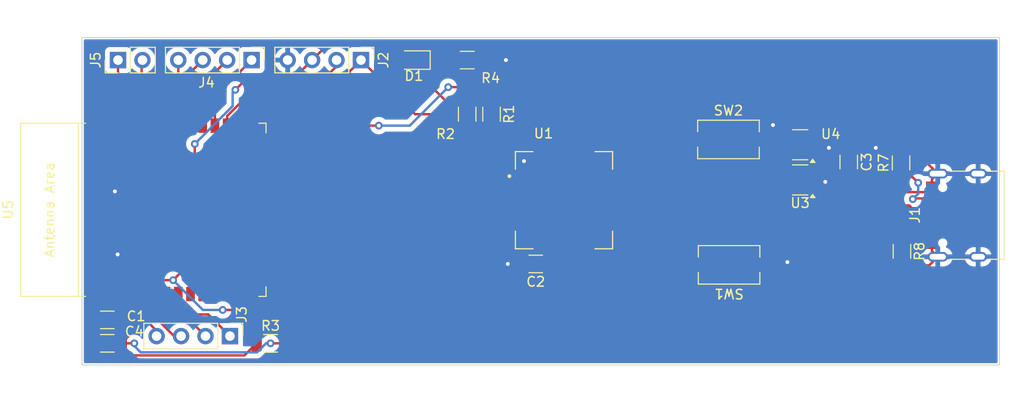
<source format=kicad_pcb>
(kicad_pcb (version 20240108) (generator "pcbnew") (generator_version "8.0")
  (layers (0 "F.Cu" signal) (31 "B.Cu" signal) (34 "B.Paste" user) (35 "F.Paste" user) (36 "B.SilkS" user "B.Silkscreen") (37 "F.SilkS" user "F.Silkscreen") (38 "B.Mask" user) (39 "F.Mask" user) (44 "Edge.Cuts" user))
  (net 0 "")
  (net 1 "GND")
  (net 2 "VDD3V3")
  (net 3 "VDD5V")
  (net 4 "D+")
  (net 5 "Net-(J1-CC1)")
  (net 7 "D-")
  (net 9 "Net-(J1-CC2)")
  (net 10 "SCL")
  (net 11 "SDA")
  (net 12 "Net-(U5-EN{slash}CHIP_PU)")
  (net 13 "Net-(D1-K)")
  (net 28 "Net-(U5-MTDO{slash}GPIO7)")
  (net 29 "Net-(U5-MTMS{slash}GPIO4{slash}ADC1_CH4)")
  (net 30 "Net-(U5-MTCK{slash}GPIO6{slash}ADC1_CH6)")
  (net 31 "Net-(U5-MTDI{slash}GPIO5{slash}ADC1_CH5)")
  (net 32 "Net-(U5-GPIO22)")
  (net 33 "Net-(U5-GPIO21)")
  (net 34 "Net-(U5-GPIO23)")
  (net 35 "Net-(U5-GPIO20)")
  (net 36 "Net-(U5-U0TXD{slash}GPIO16)")
  (net 37 "Net-(U5-U0RXD{slash}GPIO17)")
  (net 38 "Net-(U5-GPIO9)")
  (footprint "Resistor_SMD:R_1206_3216Metric" (layer "F.Cu") (at 105.9375 32.71875 -90)
    (property "Reference" "R1" (at 0 -1.82 90) (layer "F.SilkS"))
    (property "Value" "10k")
    (fp_line (start -0.727064 0.91) (end 0.727064 0.91) (stroke (width 0.12)) (layer "F.SilkS"))
    (fp_line (start -0.727064 -0.91) (end 0.727064 -0.91) (stroke (width 0.12)) (layer "F.SilkS"))
    (pad "1" smd roundrect (at -1.4625 0 270) (size 1.125 1.75) (layers "F.Cu" "F.Paste" "F.Mask") (roundrect_rratio 0.222222) (net 2 "VDD3V3"))
    (pad "2" smd roundrect (at 1.4625 0 270) (size 1.125 1.75) (layers "F.Cu" "F.Paste" "F.Mask") (roundrect_rratio 0.222222) (net 10 "SCL"))
  )
  (footprint "Resistor_SMD:R_1206_3216Metric" (layer "F.Cu") (at 148.5 37.78125 90)
    (property "Reference" "R7" (at 0 -1.82 90) (layer "F.SilkS"))
    (property "Value" "5.1k")
    (fp_line (start -0.727064 -0.91) (end 0.727064 -0.91) (stroke (width 0.12)) (layer "F.SilkS"))
    (fp_line (start -0.727064 0.91) (end 0.727064 0.91) (stroke (width 0.12)) (layer "F.SilkS"))
    (pad "1" smd roundrect (at -1.4625 0 90) (size 1.125 1.75) (layers "F.Cu" "F.Paste" "F.Mask") (roundrect_rratio 0.222222) (net 9 "Net-(J1-CC2)"))
    (pad "2" smd roundrect (at 1.4625 0 90) (size 1.125 1.75) (layers "F.Cu" "F.Paste" "F.Mask") (roundrect_rratio 0.222222) (net 1 "GND"))
  )
  (footprint "Espressif:ESP32-C6-WROOM-1" (layer "F.Cu") (at 72.75 42.65625 90)
    (property "Reference" "U5" (at 0 -17.05 90) (layer "F.SilkS"))
    (property "Value" "ESP32-C6-WROOM-1")
    (fp_line (start 9 -15.75) (end 9 -9) (stroke (width 0.12)) (layer "F.SilkS"))
    (fp_line (start -9 -15.75) (end 9 -15.75) (stroke (width 0.12)) (layer "F.SilkS"))
    (fp_line (start -9 -15.75) (end -9 -9) (stroke (width 0.12)) (layer "F.SilkS"))
    (fp_line (start 9 -9.75) (end -9 -9.75) (stroke (width 0.12)) (layer "F.SilkS"))
    (fp_line (start 9 9) (end 9 9.75) (stroke (width 0.12)) (layer "F.SilkS"))
    (fp_line (start -9 9) (end -9 9.75) (stroke (width 0.12)) (layer "F.SilkS"))
    (fp_line (start 9 9.75) (end 8 9.75) (stroke (width 0.12)) (layer "F.SilkS"))
    (fp_line (start -9 9.75) (end -8 9.75) (stroke (width 0.12)) (layer "F.SilkS"))
    (fp_text user "Antenna Area" (at 0 -12.75 90) (layer "F.SilkS"))
    (pad "1" smd rect (at -8.75 -8.26 90) (size 1.5 0.9) (layers "F.Cu" "F.Paste" "F.Mask") (net 1 "GND"))
    (pad "2" smd rect (at -8.75 -6.99 90) (size 1.5 0.9) (layers "F.Cu" "F.Paste" "F.Mask") (net 2 "VDD3V3"))
    (pad "3" smd rect (at -8.75 -5.72 90) (size 1.5 0.9) (layers "F.Cu" "F.Paste" "F.Mask") (net 12 "Net-(U5-EN{slash}CHIP_PU)"))
    (pad "4" smd rect (at -8.75 -4.45 90) (size 1.5 0.9) (layers "F.Cu" "F.Paste" "F.Mask") (net 29 "Net-(U5-MTMS{slash}GPIO4{slash}ADC1_CH4)"))
    (pad "5" smd rect (at -8.75 -3.18 90) (size 1.5 0.9) (layers "F.Cu" "F.Paste" "F.Mask") (net 31 "Net-(U5-MTDI{slash}GPIO5{slash}ADC1_CH5)"))
    (pad "6" smd rect (at -8.75 -1.91 90) (size 1.5 0.9) (layers "F.Cu" "F.Paste" "F.Mask") (net 30 "Net-(U5-MTCK{slash}GPIO6{slash}ADC1_CH6)"))
    (pad "7" smd rect (at -8.75 -0.64 90) (size 1.5 0.9) (layers "F.Cu" "F.Paste" "F.Mask") (net 28 "Net-(U5-MTDO{slash}GPIO7)"))
    (pad "8" smd rect (at -8.75 0.63 90) (size 1.5 0.9) (layers "F.Cu" "F.Paste" "F.Mask"))
    (pad "9" smd rect (at -8.75 1.9 90) (size 1.5 0.9) (layers "F.Cu" "F.Paste" "F.Mask"))
    (pad "10" smd rect (at -8.75 3.17 90) (size 1.5 0.9) (layers "F.Cu" "F.Paste" "F.Mask"))
    (pad "11" smd rect (at -8.75 4.44 90) (size 1.5 0.9) (layers "F.Cu" "F.Paste" "F.Mask"))
    (pad "12" smd rect (at -8.75 5.71 90) (size 1.5 0.9) (layers "F.Cu" "F.Paste" "F.Mask"))
    (pad "13" smd rect (at -8.75 6.98 90) (size 1.5 0.9) (layers "F.Cu" "F.Paste" "F.Mask") (net 7 "D-"))
    (pad "14" smd rect (at -8.75 8.25 90) (size 1.5 0.9) (layers "F.Cu" "F.Paste" "F.Mask") (net 4 "D+"))
    (pad "15" smd rect (at 8.75 8.25 270) (size 1.5 0.9) (layers "F.Cu" "F.Paste" "F.Mask") (net 38 "Net-(U5-GPIO9)"))
    (pad "16" smd rect (at 8.75 6.98 270) (size 1.5 0.9) (layers "F.Cu" "F.Paste" "F.Mask") (net 10 "SCL"))
    (pad "17" smd rect (at 8.75 5.71 270) (size 1.5 0.9) (layers "F.Cu" "F.Paste" "F.Mask") (net 11 "SDA"))
    (pad "18" smd rect (at 8.75 4.44 270) (size 1.5 0.9) (layers "F.Cu" "F.Paste" "F.Mask") (net 35 "Net-(U5-GPIO20)"))
    (pad "19" smd rect (at 8.75 3.17 270) (size 1.5 0.9) (layers "F.Cu" "F.Paste" "F.Mask") (net 33 "Net-(U5-GPIO21)"))
    (pad "20" smd rect (at 8.75 1.9 270) (size 1.5 0.9) (layers "F.Cu" "F.Paste" "F.Mask") (net 32 "Net-(U5-GPIO22)"))
    (pad "21" smd rect (at 8.75 0.63 270) (size 1.5 0.9) (layers "F.Cu" "F.Paste" "F.Mask") (net 34 "Net-(U5-GPIO23)"))
    (pad "22" smd rect (at 8.75 -0.64 270) (size 1.5 0.9) (layers "F.Cu" "F.Paste" "F.Mask"))
    (pad "23" smd rect (at 8.75 -1.91 270) (size 1.5 0.9) (layers "F.Cu" "F.Paste" "F.Mask"))
    (pad "24" smd rect (at 8.75 -3.18 270) (size 1.5 0.9) (layers "F.Cu" "F.Paste" "F.Mask") (net 37 "Net-(U5-U0RXD{slash}GPIO17)"))
    (pad "25" smd rect (at 8.75 -4.45 270) (size 1.5 0.9) (layers "F.Cu" "F.Paste" "F.Mask") (net 36 "Net-(U5-U0TXD{slash}GPIO16)"))
    (pad "26" smd rect (at 8.75 -5.72 270) (size 1.5 0.9) (layers "F.Cu" "F.Paste" "F.Mask"))
    (pad "27" smd rect (at 8.75 -6.99 270) (size 1.5 0.9) (layers "F.Cu" "F.Paste" "F.Mask"))
    (pad "28" smd rect (at 8.75 -8.26 270) (size 1.5 0.9) (layers "F.Cu" "F.Paste" "F.Mask") (net 1 "GND"))
    (pad "29" smd rect (at -2.755 -3.79 270) (size 0.8 0.8) (layers "F.Cu" "F.Paste" "F.Mask") (net 1 "GND"))
    (pad "29" smd rect (at -2.755 -2.54 270) (size 0.8 0.8) (layers "F.Cu" "F.Paste" "F.Mask") (net 1 "GND"))
    (pad "29" smd rect (at -2.755 -1.29 270) (size 0.8 0.8) (layers "F.Cu" "F.Paste" "F.Mask") (net 1 "GND"))
    (pad "29" smd rect (at -1.505 -3.79 270) (size 0.8 0.8) (layers "F.Cu" "F.Paste" "F.Mask") (net 1 "GND"))
    (pad "29" smd rect (at -1.505 -2.54 270) (size 0.8 0.8) (layers "F.Cu" "F.Paste" "F.Mask") (net 1 "GND"))
    (pad "29" smd rect (at -1.505 -1.29 270) (size 0.8 0.8) (layers "F.Cu" "F.Paste" "F.Mask") (net 1 "GND"))
    (pad "29" smd rect (at -0.255 -3.79 270) (size 0.8 0.8) (layers "F.Cu" "F.Paste" "F.Mask") (net 1 "GND"))
    (pad "29" smd rect (at -0.255 -2.54 270) (size 0.8 0.8) (layers "F.Cu" "F.Paste" "F.Mask") (net 1 "GND"))
    (pad "29" smd rect (at -0.255 -1.29 270) (size 0.8 0.8) (layers "F.Cu" "F.Paste" "F.Mask") (net 1 "GND"))
    (zone (net 0) (net_name "") (layers "*.Cu") (name "antenna keepout") (connect_pads (clearance 0)) (min_thickness 0.254)
      (keepout (tracks not_allowed) (vias not_allowed) (pads not_allowed) (copperpour not_allowed) (footprints not_allowed))
      (fill (thermal_gap 0.508) (thermal_bridge_width 0.508))
      (polygon (pts (xy 63 33.65625) (xy 63 51.65625) (xy 57 51.65625) (xy 57 33.65625)))
    )
  )
  (footprint "Resistor_SMD:R_1206_3216Metric" (layer "F.Cu") (at 82.96875 56.53125)
    (property "Reference" "R3" (at 0 -1.82 360) (layer "F.SilkS"))
    (property "Value" "10k")
    (fp_line (start -0.727064 -0.91) (end 0.727064 -0.91) (stroke (width 0.12)) (layer "F.SilkS"))
    (fp_line (start -0.727064 0.91) (end 0.727064 0.91) (stroke (width 0.12)) (layer "F.SilkS"))
    (pad "1" smd roundrect (at -1.4625 0) (size 1.125 1.75) (layers "F.Cu" "F.Paste" "F.Mask") (roundrect_rratio 0.222222) (net 2 "VDD3V3"))
    (pad "2" smd roundrect (at 1.4625 0) (size 1.125 1.75) (layers "F.Cu" "F.Paste" "F.Mask") (roundrect_rratio 0.222222) (net 12 "Net-(U5-EN{slash}CHIP_PU)"))
  )
  (footprint "LED_SMD:LED_0805_2012Metric" (layer "F.Cu") (at 97.875 27.09375 180)
    (property "Reference" "D1" (at 0 -1.65 0) (layer "F.SilkS"))
    (property "Value" "LED")
    (fp_line (start 1 -0.96) (end -1.685 -0.96) (stroke (width 0.12)) (layer "F.SilkS"))
    (fp_line (start -1.685 0.96) (end 1 0.96) (stroke (width 0.12)) (layer "F.SilkS"))
    (fp_line (start -1.685 -0.96) (end -1.685 0.96) (stroke (width 0.12)) (layer "F.SilkS"))
    (pad "1" smd roundrect (at -0.9375 0 180) (size 0.975 1.4) (layers "F.Cu" "F.Paste" "F.Mask") (net 13 "Net-(D1-K)"))
    (pad "2" smd roundrect (at 0.9375 0 180) (size 0.975 1.4) (layers "F.Cu" "F.Paste" "F.Mask") (net 2 "VDD3V3"))
  )
  (footprint "Resistor_SMD:R_1206_3216Metric" (layer "F.Cu") (at 103.40625 32.71875 -90)
    (property "Reference" "R2" (at 2.0625 2.25 180) (layer "F.SilkS"))
    (property "Value" "10k")
    (fp_line (start -0.727064 0.91) (end 0.727064 0.91) (stroke (width 0.12)) (layer "F.SilkS"))
    (fp_line (start -0.727064 -0.91) (end 0.727064 -0.91) (stroke (width 0.12)) (layer "F.SilkS"))
    (pad "1" smd roundrect (at -1.4625 0 270) (size 1.125 1.75) (layers "F.Cu" "F.Paste" "F.Mask") (roundrect_rratio 0.222222) (net 2 "VDD3V3"))
    (pad "2" smd roundrect (at 1.4625 0 270) (size 1.125 1.75) (layers "F.Cu" "F.Paste" "F.Mask") (roundrect_rratio 0.222222) (net 11 "SDA"))
  )
  (footprint "Connector_PinHeader_2.54mm:PinHeader_1x04_P2.54mm_Vertical" (layer "F.Cu") (at 92.37 27.09375 -90)
    (property "Reference" "J2" (at 0 -2.33 90) (layer "F.SilkS"))
    (property "Value" "PINHD_1x4_Male")
    (fp_line (start -1.33 8.95) (end 1.33 8.95) (stroke (width 0.12)) (layer "F.SilkS"))
    (fp_line (start -1.33 1.27) (end -1.33 8.95) (stroke (width 0.12)) (layer "F.SilkS"))
    (fp_line (start -1.33 1.27) (end 1.33 1.27) (stroke (width 0.12)) (layer "F.SilkS"))
    (fp_line (start 1.33 1.27) (end 1.33 8.95) (stroke (width 0.12)) (layer "F.SilkS"))
    (fp_line (start -1.33 0) (end -1.33 -1.33) (stroke (width 0.12)) (layer "F.SilkS"))
    (fp_line (start -1.33 -1.33) (end 0 -1.33) (stroke (width 0.12)) (layer "F.SilkS"))
    (pad "1" thru_hole rect (at 0 0 270) (size 1.7 1.7) (drill 1) (layers "*.Cu" "*.Mask") (net 10 "SCL"))
    (pad "2" thru_hole oval (at 0 2.54 270) (size 1.7 1.7) (drill 1) (layers "*.Cu" "*.Mask") (net 11 "SDA"))
    (pad "3" thru_hole oval (at 0 5.08 270) (size 1.7 1.7) (drill 1) (layers "*.Cu" "*.Mask") (net 2 "VDD3V3"))
    (pad "4" thru_hole oval (at 0 7.62 270) (size 1.7 1.7) (drill 1) (layers "*.Cu" "*.Mask") (net 1 "GND"))
  )
  (footprint "Resistor_SMD:R_1206_3216Metric" (layer "F.Cu") (at 103.40625 27.09375)
    (property "Reference" "R4" (at 2.4375 1.875 0) (layer "F.SilkS"))
    (property "Value" "220")
    (fp_line (start -0.727064 -0.91) (end 0.727064 -0.91) (stroke (width 0.12)) (layer "F.SilkS"))
    (fp_line (start -0.727064 0.91) (end 0.727064 0.91) (stroke (width 0.12)) (layer "F.SilkS"))
    (pad "1" smd roundrect (at -1.4625 0) (size 1.125 1.75) (layers "F.Cu" "F.Paste" "F.Mask") (roundrect_rratio 0.222222) (net 13 "Net-(D1-K)"))
    (pad "2" smd roundrect (at 1.4625 0) (size 1.125 1.75) (layers "F.Cu" "F.Paste" "F.Mask") (roundrect_rratio 0.222222) (net 1 "GND"))
  )
  (footprint "Connector_PinHeader_2.54mm:PinHeader_1x04_P2.54mm_Vertical" (layer "F.Cu") (at 78.75 55.78125 -90)
    (property "Reference" "J3" (at -2.25 -1.21875 90) (layer "F.SilkS"))
    (property "Value" "PINHD_1x4_Male")
    (fp_line (start -1.33 8.95) (end 1.33 8.95) (stroke (width 0.12)) (layer "F.SilkS"))
    (fp_line (start -1.33 1.27) (end -1.33 8.95) (stroke (width 0.12)) (layer "F.SilkS"))
    (fp_line (start -1.33 1.27) (end 1.33 1.27) (stroke (width 0.12)) (layer "F.SilkS"))
    (fp_line (start 1.33 1.27) (end 1.33 8.95) (stroke (width 0.12)) (layer "F.SilkS"))
    (fp_line (start -1.33 0) (end -1.33 -1.33) (stroke (width 0.12)) (layer "F.SilkS"))
    (fp_line (start -1.33 -1.33) (end 0 -1.33) (stroke (width 0.12)) (layer "F.SilkS"))
    (pad "1" thru_hole rect (at 0 0 270) (size 1.7 1.7) (drill 1) (layers "*.Cu" "*.Mask") (net 28 "Net-(U5-MTDO{slash}GPIO7)"))
    (pad "2" thru_hole oval (at 0 2.54 270) (size 1.7 1.7) (drill 1) (layers "*.Cu" "*.Mask") (net 30 "Net-(U5-MTCK{slash}GPIO6{slash}ADC1_CH6)"))
    (pad "3" thru_hole oval (at 0 5.08 270) (size 1.7 1.7) (drill 1) (layers "*.Cu" "*.Mask") (net 31 "Net-(U5-MTDI{slash}GPIO5{slash}ADC1_CH5)"))
    (pad "4" thru_hole oval (at 0 7.62 270) (size 1.7 1.7) (drill 1) (layers "*.Cu" "*.Mask") (net 29 "Net-(U5-MTMS{slash}GPIO4{slash}ADC1_CH4)"))
  )
  (footprint "Resistor_SMD:R_1206_3216Metric" (layer "F.Cu") (at 148.59375 46.96875 -90)
    (property "Reference" "R8" (at 0 -1.82 90) (layer "F.SilkS"))
    (property "Value" "5.1k")
    (fp_line (start -0.727064 0.91) (end 0.727064 0.91) (stroke (width 0.12)) (layer "F.SilkS"))
    (fp_line (start -0.727064 -0.91) (end 0.727064 -0.91) (stroke (width 0.12)) (layer "F.SilkS"))
    (pad "1" smd roundrect (at -1.4625 0 270) (size 1.125 1.75) (layers "F.Cu" "F.Paste" "F.Mask") (roundrect_rratio 0.222222) (net 5 "Net-(J1-CC1)"))
    (pad "2" smd roundrect (at 1.4625 0 270) (size 1.125 1.75) (layers "F.Cu" "F.Paste" "F.Mask") (roundrect_rratio 0.222222) (net 1 "GND"))
  )
  (footprint "Package_TO_SOT_SMD:SOT-23-5" (layer "F.Cu") (at 138.0125 35.89375 180)
    (property "Reference" "U4" (at -3.175 1.1125 0) (layer "F.SilkS"))
    (property "Value" "TLV75533PDBV")
    (fp_line (start 0 1.56) (end 0.8 1.56) (stroke (width 0.12)) (layer "F.SilkS"))
    (fp_line (start 0 1.56) (end -0.8 1.56) (stroke (width 0.12)) (layer "F.SilkS"))
    (fp_line (start 0 -1.56) (end 0.8 -1.56) (stroke (width 0.12)) (layer "F.SilkS"))
    (fp_line (start 0 -1.56) (end -0.8 -1.56) (stroke (width 0.12)) (layer "F.SilkS"))
    (fp_poly (pts (xy -1.3 -1.51) (xy -1.54 -1.84) (xy -1.06 -1.84) (xy -1.3 -1.51)) (stroke (width 0.12)) (fill solid) (layer "F.SilkS"))
    (pad "1" smd roundrect (at -1.1375 -0.95 180) (size 1.325 0.6) (layers "F.Cu" "F.Paste" "F.Mask") (net 3 "VDD5V"))
    (pad "2" smd roundrect (at -1.1375 0 180) (size 1.325 0.6) (layers "F.Cu" "F.Paste" "F.Mask") (net 1 "GND"))
    (pad "3" smd roundrect (at -1.1375 0.95 180) (size 1.325 0.6) (layers "F.Cu" "F.Paste" "F.Mask") (net 3 "VDD5V"))
    (pad "4" smd roundrect (at 1.1375 0.95 180) (size 1.325 0.6) (layers "F.Cu" "F.Paste" "F.Mask"))
    (pad "5" smd roundrect (at 1.1375 -0.95 180) (size 1.325 0.6) (layers "F.Cu" "F.Paste" "F.Mask") (net 2 "VDD3V3"))
  )
  (footprint "Connector_USB:USB_C_Receptacle_G-Switch_GT-USB-7010ASV" (layer "F.Cu") (at 155.4375 43.21875 90)
    (property "Reference" "J1" (at 0 -5.5 90) (layer "F.SilkS"))
    (property "Value" "USB_C_Receptacle_USB2.0_16P")
    (fp_line (start -4.58 -1.85) (end -4.58 0.07) (stroke (width 0.12)) (layer "F.SilkS"))
    (fp_line (start 4.58 0.07) (end 4.58 -1.85) (stroke (width 0.12)) (layer "F.SilkS"))
    (fp_line (start 4.58 2.08) (end 4.58 3.785) (stroke (width 0.12)) (layer "F.SilkS"))
    (fp_line (start 4.58 3.785) (end -4.58 3.785) (stroke (width 0.12)) (layer "F.SilkS"))
    (fp_line (start -4.58 3.785) (end -4.58 2.08) (stroke (width 0.12)) (layer "F.SilkS"))
    (pad "" np_thru_hole circle (at -2.89 -2.605 90) (size 0.65 0.65) (drill 0.65) (layers "*.Cu" "*.Mask"))
    (pad "" np_thru_hole circle (at 2.89 -2.605 90) (size 0.65 0.65) (drill 0.65) (layers "*.Cu" "*.Mask"))
    (pad "A1" smd rect (at -3.2 -3.725 90) (size 0.6 1.24) (layers "F.Cu" "F.Paste" "F.Mask") (net 1 "GND"))
    (pad "A4" smd rect (at -2.4 -3.725 90) (size 0.6 1.24) (layers "F.Cu" "F.Paste" "F.Mask") (net 3 "VDD5V"))
    (pad "A5" smd rect (at -1.25 -3.725 90) (size 0.3 1.24) (layers "F.Cu" "F.Paste" "F.Mask") (net 5 "Net-(J1-CC1)"))
    (pad "A6" smd rect (at -0.25 -3.725 90) (size 0.3 1.24) (layers "F.Cu" "F.Paste" "F.Mask") (net 4 "D+"))
    (pad "A7" smd rect (at 0.25 -3.725 90) (size 0.3 1.24) (layers "F.Cu" "F.Paste" "F.Mask") (net 7 "D-"))
    (pad "A8" smd rect (at 1.25 -3.725 90) (size 0.3 1.24) (layers "F.Cu" "F.Paste" "F.Mask"))
    (pad "A9" smd rect (at 2.4 -3.725 90) (size 0.6 1.24) (layers "F.Cu" "F.Paste" "F.Mask") (net 3 "VDD5V"))
    (pad "A12" smd rect (at 3.2 -3.725 90) (size 0.6 1.24) (layers "F.Cu" "F.Paste" "F.Mask") (net 1 "GND"))
    (pad "B1" smd rect (at 3.2 -3.725 90) (size 0.6 1.24) (layers "F.Cu" "F.Paste" "F.Mask") (net 1 "GND"))
    (pad "B4" smd rect (at 2.4 -3.725 90) (size 0.6 1.24) (layers "F.Cu" "F.Paste" "F.Mask") (net 3 "VDD5V"))
    (pad "B5" smd rect (at 1.75 -3.725 90) (size 0.3 1.24) (layers "F.Cu" "F.Paste" "F.Mask") (net 9 "Net-(J1-CC2)"))
    (pad "B6" smd rect (at 0.75 -3.725 90) (size 0.3 1.24) (layers "F.Cu" "F.Paste" "F.Mask") (net 4 "D+"))
    (pad "B7" smd rect (at -0.75 -3.725 90) (size 0.3 1.24) (layers "F.Cu" "F.Paste" "F.Mask") (net 7 "D-"))
    (pad "B8" smd rect (at -1.75 -3.725 90) (size 0.3 1.24) (layers "F.Cu" "F.Paste" "F.Mask"))
    (pad "B9" smd rect (at -2.4 -3.725 90) (size 0.6 1.24) (layers "F.Cu" "F.Paste" "F.Mask") (net 3 "VDD5V"))
    (pad "B12" smd rect (at -3.2 -3.725 90) (size 0.6 1.24) (layers "F.Cu" "F.Paste" "F.Mask") (net 1 "GND"))
    (pad "S1" thru_hole oval (at -4.32 -3.125 90) (size 1 2.1) (drill oval 0.6 1.7) (layers "*.Cu" "*.Mask") (net 1 "GND"))
    (pad "S1" thru_hole oval (at -4.32 1.075 90) (size 1 1.8) (drill oval 0.6 1.4) (layers "*.Cu" "*.Mask") (net 1 "GND"))
    (pad "S1" thru_hole oval (at 4.32 -3.125 90) (size 1 2.1) (drill oval 0.6 1.7) (layers "*.Cu" "*.Mask") (net 1 "GND"))
    (pad "S1" thru_hole oval (at 4.32 1.075 90) (size 1 1.8) (drill oval 0.6 1.4) (layers "*.Cu" "*.Mask") (net 1 "GND"))
  )
  (footprint "Capacitor_SMD:C_1206_3216Metric" (layer "F.Cu") (at 110.53125 48.28125 180)
    (property "Reference" "C2" (at 0 -1.85 360) (layer "F.SilkS"))
    (property "Value" "10uF")
    (fp_line (start -0.711252 0.91) (end 0.711252 0.91) (stroke (width 0.12)) (layer "F.SilkS"))
    (fp_line (start -0.711252 -0.91) (end 0.711252 -0.91) (stroke (width 0.12)) (layer "F.SilkS"))
    (pad "1" smd roundrect (at -1.475 0 180) (size 1.15 1.8) (layers "F.Cu" "F.Paste" "F.Mask") (roundrect_rratio 0.217391) (net 2 "VDD3V3"))
    (pad "2" smd roundrect (at 1.475 0 180) (size 1.15 1.8) (layers "F.Cu" "F.Paste" "F.Mask") (roundrect_rratio 0.217391) (net 1 "GND"))
  )
  (footprint "Connector_PinHeader_2.54mm:PinHeader_1x04_P2.54mm_Vertical" (layer "F.Cu") (at 81 27.09375 -90)
    (property "Reference" "J4" (at 2.34375 4.6875 180) (layer "F.SilkS"))
    (property "Value" "PINHD_1x4_Male")
    (fp_line (start -1.33 8.95) (end 1.33 8.95) (stroke (width 0.12)) (layer "F.SilkS"))
    (fp_line (start -1.33 1.27) (end -1.33 8.95) (stroke (width 0.12)) (layer "F.SilkS"))
    (fp_line (start -1.33 1.27) (end 1.33 1.27) (stroke (width 0.12)) (layer "F.SilkS"))
    (fp_line (start 1.33 1.27) (end 1.33 8.95) (stroke (width 0.12)) (layer "F.SilkS"))
    (fp_line (start -1.33 0) (end -1.33 -1.33) (stroke (width 0.12)) (layer "F.SilkS"))
    (fp_line (start -1.33 -1.33) (end 0 -1.33) (stroke (width 0.12)) (layer "F.SilkS"))
    (pad "1" thru_hole rect (at 0 0 270) (size 1.7 1.7) (drill 1) (layers "*.Cu" "*.Mask") (net 35 "Net-(U5-GPIO20)"))
    (pad "2" thru_hole oval (at 0 2.54 270) (size 1.7 1.7) (drill 1) (layers "*.Cu" "*.Mask") (net 33 "Net-(U5-GPIO21)"))
    (pad "3" thru_hole oval (at 0 5.08 270) (size 1.7 1.7) (drill 1) (layers "*.Cu" "*.Mask") (net 32 "Net-(U5-GPIO22)"))
    (pad "4" thru_hole oval (at 0 7.62 270) (size 1.7 1.7) (drill 1) (layers "*.Cu" "*.Mask") (net 34 "Net-(U5-GPIO23)"))
  )
  (footprint "Package_TO_SOT_SMD:SOT-23-5" (layer "F.Cu") (at 138.0125 39.55 180)
    (property "Reference" "U3" (at 0 -2.4 0) (layer "F.SilkS"))
    (property "Value" "TLV75533PDBV")
    (fp_line (start 0 1.56) (end 0.8 1.56) (stroke (width 0.12)) (layer "F.SilkS"))
    (fp_line (start 0 1.56) (end -0.8 1.56) (stroke (width 0.12)) (layer "F.SilkS"))
    (fp_line (start 0 -1.56) (end 0.8 -1.56) (stroke (width 0.12)) (layer "F.SilkS"))
    (fp_line (start 0 -1.56) (end -0.8 -1.56) (stroke (width 0.12)) (layer "F.SilkS"))
    (fp_poly (pts (xy -1.3 -1.51) (xy -1.54 -1.84) (xy -1.06 -1.84) (xy -1.3 -1.51)) (stroke (width 0.12)) (fill solid) (layer "F.SilkS"))
    (pad "1" smd roundrect (at -1.1375 -0.95 180) (size 1.325 0.6) (layers "F.Cu" "F.Paste" "F.Mask") (net 3 "VDD5V"))
    (pad "2" smd roundrect (at -1.1375 0 180) (size 1.325 0.6) (layers "F.Cu" "F.Paste" "F.Mask") (net 1 "GND"))
    (pad "3" smd roundrect (at -1.1375 0.95 180) (size 1.325 0.6) (layers "F.Cu" "F.Paste" "F.Mask") (net 3 "VDD5V"))
    (pad "4" smd roundrect (at 1.1375 0.95 180) (size 1.325 0.6) (layers "F.Cu" "F.Paste" "F.Mask"))
    (pad "5" smd roundrect (at 1.1375 -0.95 180) (size 1.325 0.6) (layers "F.Cu" "F.Paste" "F.Mask") (net 2 "VDD3V3"))
  )
  (footprint "Capacitor_SMD:C_1206_3216Metric" (layer "F.Cu") (at 66 54.09375 180)
    (property "Reference" "C1" (at -3 0.375 0) (layer "F.SilkS"))
    (property "Value" "10uF")
    (fp_line (start -0.711252 0.91) (end 0.711252 0.91) (stroke (width 0.12)) (layer "F.SilkS"))
    (fp_line (start -0.711252 -0.91) (end 0.711252 -0.91) (stroke (width 0.12)) (layer "F.SilkS"))
    (pad "1" smd roundrect (at -1.475 0 180) (size 1.15 1.8) (layers "F.Cu" "F.Paste" "F.Mask") (roundrect_rratio 0.217391) (net 2 "VDD3V3"))
    (pad "2" smd roundrect (at 1.475 0 180) (size 1.15 1.8) (layers "F.Cu" "F.Paste" "F.Mask") (roundrect_rratio 0.217391) (net 1 "GND"))
  )
  (footprint "Connector_PinHeader_2.54mm:PinHeader_1x02_P2.54mm_Vertical" (layer "F.Cu") (at 67.11625 27.09375 90)
    (property "Reference" "J5" (at 0 -2.33 90) (layer "F.SilkS"))
    (property "Value" "PINHD_1x2_Male")
    (fp_line (start -1.33 -1.33) (end 0 -1.33) (stroke (width 0.12)) (layer "F.SilkS"))
    (fp_line (start -1.33 0) (end -1.33 -1.33) (stroke (width 0.12)) (layer "F.SilkS"))
    (fp_line (start 1.33 1.27) (end 1.33 3.87) (stroke (width 0.12)) (layer "F.SilkS"))
    (fp_line (start -1.33 1.27) (end 1.33 1.27) (stroke (width 0.12)) (layer "F.SilkS"))
    (fp_line (start -1.33 1.27) (end -1.33 3.87) (stroke (width 0.12)) (layer "F.SilkS"))
    (fp_line (start -1.33 3.87) (end 1.33 3.87) (stroke (width 0.12)) (layer "F.SilkS"))
    (pad "1" thru_hole rect (at 0 0 90) (size 1.7 1.7) (drill 1) (layers "*.Cu" "*.Mask") (net 36 "Net-(U5-U0TXD{slash}GPIO16)"))
    (pad "2" thru_hole oval (at 0 2.54 90) (size 1.7 1.7) (drill 1) (layers "*.Cu" "*.Mask") (net 37 "Net-(U5-U0RXD{slash}GPIO17)"))
  )
  (footprint "Button_Switch_SMD:SW_Tactile_SPST_NO_Straight_CK_PTS636Sx25SMTRLFS" (layer "F.Cu") (at 130.625 48.375 180)
    (property "Reference" "SW1" (at 0 -3 180) (layer "F.SilkS"))
    (property "Value" "SW_Push")
    (fp_line (start 3.2 2) (end 3.2 0.8) (stroke (width 0.12)) (layer "F.SilkS"))
    (fp_line (start 3.2 -0.8) (end 3.2 -2) (stroke (width 0.12)) (layer "F.SilkS"))
    (fp_line (start 3.2 -2) (end -3.2 -2) (stroke (width 0.12)) (layer "F.SilkS"))
    (fp_line (start -3.2 2) (end 3.2 2) (stroke (width 0.12)) (layer "F.SilkS"))
    (fp_line (start -3.2 0.8) (end -3.2 2) (stroke (width 0.12)) (layer "F.SilkS"))
    (fp_line (start -3.2 -2) (end -3.2 -0.8) (stroke (width 0.12)) (layer "F.SilkS"))
    (pad "1" smd rect (at -3.875 0 180) (size 1.25 1) (layers "F.Cu" "F.Paste" "F.Mask") (net 1 "GND"))
    (pad "2" smd rect (at 3.875 0 180) (size 1.25 1) (layers "F.Cu" "F.Paste" "F.Mask") (net 12 "Net-(U5-EN{slash}CHIP_PU)"))
  )
  (footprint "Capacitor_SMD:C_1206_3216Metric" (layer "F.Cu") (at 143.0625 37.6875 -90)
    (property "Reference" "C3" (at 0 -1.85 90) (layer "F.SilkS"))
    (property "Value" "10uF")
    (fp_line (start -0.711252 0.91) (end 0.711252 0.91) (stroke (width 0.12)) (layer "F.SilkS"))
    (fp_line (start -0.711252 -0.91) (end 0.711252 -0.91) (stroke (width 0.12)) (layer "F.SilkS"))
    (pad "1" smd roundrect (at -1.475 0 270) (size 1.15 1.8) (layers "F.Cu" "F.Paste" "F.Mask") (roundrect_rratio 0.217391) (net 1 "GND"))
    (pad "2" smd roundrect (at 1.475 0 270) (size 1.15 1.8) (layers "F.Cu" "F.Paste" "F.Mask") (roundrect_rratio 0.217391) (net 3 "VDD5V"))
  )
  (footprint "Capacitor_SMD:C_1206_3216Metric" (layer "F.Cu") (at 66 56.53125 180)
    (property "Reference" "C4" (at -2.8125 1.21875 0) (layer "F.SilkS"))
    (property "Value" "1uF")
    (fp_line (start -0.711252 0.91) (end 0.711252 0.91) (stroke (width 0.12)) (layer "F.SilkS"))
    (fp_line (start -0.711252 -0.91) (end 0.711252 -0.91) (stroke (width 0.12)) (layer "F.SilkS"))
    (pad "1" smd roundrect (at -1.475 0 180) (size 1.15 1.8) (layers "F.Cu" "F.Paste" "F.Mask") (roundrect_rratio 0.217391) (net 12 "Net-(U5-EN{slash}CHIP_PU)"))
    (pad "2" smd roundrect (at 1.475 0 180) (size 1.15 1.8) (layers "F.Cu" "F.Paste" "F.Mask") (roundrect_rratio 0.217391) (net 1 "GND"))
  )
  (footprint "SCD40-D-R2:XDCR_SCD40-D-R2" (layer "F.Cu") (at 113.46875 41.65625)
    (property "Reference" "U1" (at -2.125 -6.935 0) (layer "F.SilkS"))
    (property "Value" "SCD40-D-R2")
    (fp_line (start -5.05 -5.05) (end -5.05 -3.22) (stroke (width 0.127)) (layer "F.SilkS"))
    (fp_line (start -5.05 -5.05) (end -3.22 -5.05) (stroke (width 0.127)) (layer "F.SilkS"))
    (fp_line (start -5.05 5.05) (end -5.05 3.22) (stroke (width 0.127)) (layer "F.SilkS"))
    (fp_line (start -3.22 5.05) (end -5.05 5.05) (stroke (width 0.127)) (layer "F.SilkS"))
    (fp_line (start 3.22 -5.05) (end 5.05 -5.05) (stroke (width 0.127)) (layer "F.SilkS"))
    (fp_line (start 5.05 -5.05) (end 5.05 -3.22) (stroke (width 0.127)) (layer "F.SilkS"))
    (fp_line (start 5.05 5.05) (end 3.22 5.05) (stroke (width 0.127)) (layer "F.SilkS"))
    (fp_line (start 5.05 5.05) (end 5.05 3.22) (stroke (width 0.127)) (layer "F.SilkS"))
    (fp_circle (center -5.673 -2.5) (end -5.573 -2.5) (stroke (width 0.2)) (fill none) (layer "F.SilkS"))
    (pad "1" smd custom (at -4 -2.5) (size 0.5 0.5) (layers "F.Cu") (options (clearance outline) (anchor rect)) (primitives (gr_poly (pts (xy 0.75 0.4) (xy -0.75 0.4) (xy -0.75 -0.4) (xy 0.5 -0.4) (xy 0.75 -0.15)) (width 0.01) (fill yes))))
    (pad "2" smd rect (at -4 -1.25) (size 1.5 0.8) (layers "F.Cu"))
    (pad "3" smd rect (at -4 0) (size 1.5 0.8) (layers "F.Cu"))
    (pad "4" smd rect (at -4 1.25) (size 1.5 0.8) (layers "F.Cu"))
    (pad "5" smd rect (at -4 2.5) (size 1.5 0.8) (layers "F.Cu"))
    (pad "6" smd rect (at -2.5 4) (size 0.8 1.5) (layers "F.Cu") (net 1 "GND"))
    (pad "7" smd rect (at -1.25 4) (size 0.8 1.5) (layers "F.Cu") (net 2 "VDD3V3"))
    (pad "8" smd rect (at 0 4) (size 0.8 1.5) (layers "F.Cu"))
    (pad "9" smd rect (at 1.25 4) (size 0.8 1.5) (layers "F.Cu") (net 10 "SCL"))
    (pad "10" smd rect (at 2.5 4) (size 0.8 1.5) (layers "F.Cu") (net 11 "SDA"))
    (pad "11" smd rect (at 4 2.5) (size 1.5 0.8) (layers "F.Cu"))
    (pad "12" smd rect (at 4 1.25) (size 1.5 0.8) (layers "F.Cu"))
    (pad "13" smd rect (at 4 0) (size 1.5 0.8) (layers "F.Cu"))
    (pad "14" smd rect (at 4 -1.25) (size 1.5 0.8) (layers "F.Cu"))
    (pad "15" smd rect (at 4 -2.5) (size 1.5 0.8) (layers "F.Cu"))
    (pad "16" smd rect (at 2.5 -4) (size 0.8 1.5) (layers "F.Cu"))
    (pad "17" smd rect (at 1.25 -4) (size 0.8 1.5) (layers "F.Cu"))
    (pad "18" smd rect (at 0 -4) (size 0.8 1.5) (layers "F.Cu"))
    (pad "19" smd rect (at -1.25 -4) (size 0.8 1.5) (layers "F.Cu") (net 2 "VDD3V3"))
    (pad "20" smd rect (at -2.5 -4) (size 0.8 1.5) (layers "F.Cu") (net 1 "GND"))
    (pad "21" smd rect (at 0 0) (size 4.8 4.8) (layers "F.Cu") (net 1 "GND"))
  )
  (footprint "Button_Switch_SMD:SW_Tactile_SPST_NO_Straight_CK_PTS636Sx25SMTRLFS" (layer "F.Cu") (at 130.5625 35.34375)
    (property "Reference" "SW2" (at 0 -3 0) (layer "F.SilkS"))
    (property "Value" "SW_Push")
    (fp_line (start -3.2 -2) (end -3.2 -0.8) (stroke (width 0.12)) (layer "F.SilkS"))
    (fp_line (start -3.2 0.8) (end -3.2 2) (stroke (width 0.12)) (layer "F.SilkS"))
    (fp_line (start -3.2 2) (end 3.2 2) (stroke (width 0.12)) (layer "F.SilkS"))
    (fp_line (start 3.2 -2) (end -3.2 -2) (stroke (width 0.12)) (layer "F.SilkS"))
    (fp_line (start 3.2 -0.8) (end 3.2 -2) (stroke (width 0.12)) (layer "F.SilkS"))
    (fp_line (start 3.2 2) (end 3.2 0.8) (stroke (width 0.12)) (layer "F.SilkS"))
    (pad "1" smd rect (at -3.875 0) (size 1.25 1) (layers "F.Cu" "F.Paste" "F.Mask") (net 38 "Net-(U5-GPIO9)"))
    (pad "2" smd rect (at 3.875 0) (size 1.25 1) (layers "F.Cu" "F.Paste" "F.Mask") (net 1 "GND"))
  )
  (gr_rect (start 63.375 24.75) (end 158.71875 58.78125) (stroke (width 0.1)) (fill none) (layer "Edge.Cuts"))
  (segment (start 64.49 49.88125) (end 67.07625 47.295) (width 0.25) (layer "F.Cu") (net 1))
  (segment (start 134.4375 34.59375) (end 135.1875 33.84375) (width 0.25) (layer "F.Cu") (net 1))
  (segment (start 143.0625 36.2125) (end 141 36.2125) (width 0.25) (layer "F.Cu") (net 1))
  (segment (start 64.49 53.89625) (end 64.49 51.40625) (width 0.25) (layer "F.Cu") (net 1))
  (segment (start 110.96875 46.36875) (end 110.96875 45.65625) (width 0.25) (layer "F.Cu") (net 1))
  (segment (start 64.525 54.09375) (end 64.525 53.93125) (width 0.25) (layer "F.Cu") (net 1))
  (segment (start 141 36.2125) (end 140.65 36.2125) (width 0.25) (layer "F.Cu") (net 1))
  (segment (start 140.425 39.55) (end 140.625 39.75) (width 0.25) (layer "F.Cu") (net 1))
  (segment (start 68.96 42.91125) (end 66.79 40.74125) (width 0.25) (layer "F.Cu") (net 1))
  (segment (start 145.875 36.2125) (end 143.0625 36.2125) (width 0.25) (layer "F.Cu") (net 1))
  (segment (start 110.96875 45.65625) (end 110.96875 44.15625) (width 0.25) (layer "F.Cu") (net 1))
  (segment (start 104.86875 27.09375) (end 107.4375 27.09375) (width 0.25) (layer "F.Cu") (net 1))
  (segment (start 140.65 36.2125) (end 140.33125 35.89375) (width 0.25) (layer "F.Cu") (net 1))
  (segment (start 64.49 51.40625) (end 64.49 49.88125) (width 0.25) (layer "F.Cu") (net 1))
  (segment (start 109.375 37.65625) (end 109.3125 37.59375) (width 0.25) (layer "F.Cu") (net 1))
  (segment (start 148.5 36.31875) (end 149.7325 36.31875) (width 0.25) (layer "F.Cu") (net 1))
  (segment (start 64.525 53.93125) (end 64.49 53.89625) (width 0.25) (layer "F.Cu") (net 1))
  (segment (start 151.7125 46.41875) (end 151.7125 46.93875) (width 0.25) (layer "F.Cu") (net 1))
  (segment (start 109.05625 48.28125) (end 107.625 48.28125) (width 0.25) (layer "F.Cu") (net 1))
  (segment (start 66.79 40.74125) (end 64.49 38.44125) (width 0.25) (layer "F.Cu") (net 1))
  (segment (start 110.96875 39.15625) (end 110.96875 37.65625) (width 0.25) (layer "F.Cu") (net 1))
  (segment (start 148.35625 36.2125) (end 145.875 36.2125) (width 0.25) (layer "F.Cu") (net 1))
  (segment (start 64.525 56.53125) (end 64.525 54.09375) (width 0.25) (layer "F.Cu") (net 1))
  (segment (start 110.96875 37.65625) (end 109.375 37.65625) (width 0.25) (layer "F.Cu") (net 1))
  (segment (start 136.40625 48.375) (end 136.6875 48.09375) (width 0.25) (layer "F.Cu") (net 1))
  (segment (start 64.49 38.44125) (end 64.49 33.90625) (width 0.25) (layer "F.Cu") (net 1))
  (segment (start 67.07625 47.295) (end 68.96 45.41125) (width 0.25) (layer "F.Cu") (net 1))
  (segment (start 148.59375 48.43125) (end 151.42 48.43125) (width 0.25) (layer "F.Cu") (net 1))
  (segment (start 134.5 48.375) (end 136.40625 48.375) (width 0.25) (layer "F.Cu") (net 1))
  (segment (start 149.7325 36.31875) (end 152.3125 38.89875) (width 0.25) (layer "F.Cu") (net 1))
  (segment (start 151.7125 46.93875) (end 152.3125 47.53875) (width 0.25) (layer "F.Cu") (net 1))
  (segment (start 140.33125 35.89375) (end 139.15 35.89375) (width 0.25) (layer "F.Cu") (net 1))
  (segment (start 134.4375 35.34375) (end 134.4375 34.59375) (width 0.25) (layer "F.Cu") (net 1))
  (segment (start 151.7125 40.01875) (end 151.7125 39.49875) (width 0.25) (layer "F.Cu") (net 1))
  (segment (start 110.96875 44.15625) (end 113.46875 41.65625) (width 0.25) (layer "F.Cu") (net 1))
  (segment (start 139.15 39.55) (end 140.425 39.55) (width 0.25) (layer "F.Cu") (net 1))
  (segment (start 151.7125 39.49875) (end 152.3125 38.89875) (width 0.25) (layer "F.Cu") (net 1))
  (segment (start 113.46875 41.65625) (end 110.96875 39.15625) (width 0.25) (layer "F.Cu") (net 1))
  (segment (start 148.4625 36.31875) (end 148.35625 36.2125) (width 0.25) (layer "F.Cu") (net 1))
  (segment (start 109.05625 48.28125) (end 110.96875 46.36875) (width 0.25) (layer "F.Cu") (net 1))
  (segment (start 151.42 48.43125) (end 152.3125 47.53875) (width 0.25) (layer "F.Cu") (net 1))
  (segment (start 148.5 36.31875) (end 148.4625 36.31875) (width 0.25) (layer "F.Cu") (net 1))
  (via (at 145.875 36.2125) (size 0.8) (drill 0.4) (layers "F.Cu" "B.Cu") (net 1))
  (via (at 66.79 40.74125) (size 0.8) (drill 0.4) (layers "F.Cu" "B.Cu") (net 1))
  (via (at 140.625 39.75) (size 0.8) (drill 0.4) (layers "F.Cu" "B.Cu") (net 1))
  (via (at 136.6875 48.09375) (size 0.8) (drill 0.4) (layers "F.Cu" "B.Cu") (net 1))
  (via (at 109.3125 37.59375) (size 0.8) (drill 0.4) (layers "F.Cu" "B.Cu") (net 1))
  (via (at 135.1875 33.84375) (size 0.8) (drill 0.4) (layers "F.Cu" "B.Cu") (net 1))
  (via (at 107.625 48.28125) (size 0.8) (drill 0.4) (layers "F.Cu" "B.Cu") (net 1))
  (via (at 141 36.2125) (size 0.8) (drill 0.4) (layers "F.Cu" "B.Cu") (net 1))
  (via (at 67.07625 47.295) (size 0.8) (drill 0.4) (layers "F.Cu" "B.Cu") (net 1))
  (via (at 107.4375 27.09375) (size 0.8) (drill 0.4) (layers "F.Cu" "B.Cu") (net 1))
  (segment (start 126.375 39.84375) (end 123.1125 36.58125) (width 0.25) (layer "F.Cu") (net 2))
  (segment (start 123.1125 36.58125) (end 122.625 36.09375) (width 0.25) (layer "F.Cu") (net 2))
  (segment (start 65.76 50.40625) (end 65.76 51.40625) (width 0.25) (layer "F.Cu") (net 2))
  (segment (start 66.1975 49.96875) (end 65.76 50.40625) (width 0.25) (layer "F.Cu") (net 2))
  (segment (start 112.2875 48) (end 112.00625 48.28125) (width 0.25) (layer "F.Cu") (net 2))
  (segment (start 67.475 54.09375) (end 66.09375 55.475) (width 0.25) (layer "F.Cu") (net 2))
  (segment (start 65.76 52.37875) (end 65.76 51.40625) (width 0.25) (layer "F.Cu") (net 2))
  (segment (start 95.15625 25.3125) (end 89.07125 25.3125) (width 0.25) (layer "F.Cu") (net 2))
  (segment (start 66.50625 57.7875) (end 80.25 57.7875) (width 0.25) (layer "F.Cu") (net 2))
  (segment (start 112.21875 36.65625) (end 111.65625 36.09375) (width 0.25) (layer "F.Cu") (net 2))
  (segment (start 112.00625 48.28125) (end 112.00625 45.86875) (width 0.25) (layer "F.Cu") (net 2))
  (segment (start 105.9375 31.25625) (end 103.40625 31.25625) (width 0.25) (layer "F.Cu") (net 2))
  (segment (start 75.09375 35.8125) (end 75.09375 47.71875) (width 0.25) (layer "F.Cu") (net 2))
  (segment (start 106.81875 31.25625) (end 105.9375 31.25625) (width 0.25) (layer "F.Cu") (net 2))
  (segment (start 96.9375 27.09375) (end 95.15625 25.3125) (width 0.25) (layer "F.Cu") (net 2))
  (segment (start 134.90625 39.84375) (end 126.375 39.84375) (width 0.25) (layer "F.Cu") (net 2))
  (segment (start 87.29 27.09375) (end 85.02125 29.3625) (width 0.25) (layer "F.Cu") (net 2))
  (segment (start 112.00625 45.86875) (end 112.21875 45.65625) (width 0.25) (layer "F.Cu") (net 2))
  (segment (start 134.90625 39.84375) (end 135.5625 40.5) (width 0.25) (layer "F.Cu") (net 2))
  (segment (start 122.625 36.09375) (end 111.65625 36.09375) (width 0.25) (layer "F.Cu") (net 2))
  (segment (start 135.65625 36.84375) (end 134.90625 37.59375) (width 0.25) (layer "F.Cu") (net 2))
  (segment (start 135.5625 40.5) (end 136.875 40.5) (width 0.25) (layer "F.Cu") (net 2))
  (segment (start 134.90625 38.4375) (end 134.90625 39.84375) (width 0.25) (layer "F.Cu") (net 2))
  (segment (start 80.25 57.7875) (end 81.50625 56.53125) (width 0.25) (layer "F.Cu") (net 2))
  (segment (start 66.09375 57.375) (end 66.50625 57.7875) (width 0.25) (layer "F.Cu") (net 2))
  (segment (start 67.475 54.09375) (end 65.76 52.37875) (width 0.25) (layer "F.Cu") (net 2))
  (segment (start 81.50625 56.53125) (end 81.50625 55.65625) (width 0.25) (layer "F.Cu") (net 2))
  (segment (start 75.09375 47.71875) (end 72.84375 49.96875) (width 0.25) (layer "F.Cu") (net 2))
  (segment (start 134.90625 37.59375) (end 134.90625 38.4375) (width 0.25) (layer "F.Cu") (net 2))
  (segment (start 85.02125 29.3625) (end 80.1375 29.3625) (width 0.25) (layer "F.Cu") (net 2))
  (segment (start 72.84375 49.96875) (end 66.1975 49.96875) (width 0.25) (layer "F.Cu") (net 2))
  (segment (start 107.824695 49.50625) (end 106.9 48.581555) (width 0.25) (layer "F.Cu") (net 2))
  (segment (start 89.07125 25.3125) (end 87.29 27.09375) (width 0.25) (layer "F.Cu") (net 2))
  (segment (start 108.28125 36.09375) (end 111.65625 36.09375) (width 0.25) (layer "F.Cu") (net 2))
  (segment (start 80.1375 29.3625) (end 79.3125 30.1875) (width 0.25) (layer "F.Cu") (net 2))
  (segment (start 101.1 31.25625) (end 96.9375 27.09375) (width 0.25) (layer "F.Cu") (net 2))
  (segment (start 111.65625 36.09375) (end 106.81875 31.25625) (width 0.25) (layer "F.Cu") (net 2))
  (segment (start 110.78125 49.50625) (end 107.824695 49.50625) (width 0.25) (layer "F.Cu") (net 2))
  (segment (start 106.9 37.475) (end 108.28125 36.09375) (width 0.25) (layer "F.Cu") (net 2))
  (segment (start 112.21875 37.65625) (end 112.21875 36.65625) (width 0.25) (layer "F.Cu") (net 2))
  (segment (start 106.9 48.581555) (end 106.9 37.475) (width 0.25) (layer "F.Cu") (net 2))
  (segment (start 66.09375 55.475) (end 66.09375 57.375) (width 0.25) (layer "F.Cu") (net 2))
  (segment (start 112.00625 48.28125) (end 110.78125 49.50625) (width 0.25) (layer "F.Cu") (net 2))
  (segment (start 136.875 36.84375) (end 135.65625 36.84375) (width 0.25) (layer "F.Cu") (net 2))
  (segment (start 81.50625 55.65625) (end 78.9125 53.0625) (width 0.25) (layer "F.Cu") (net 2))
  (segment (start 103.40625 31.25625) (end 101.1 31.25625) (width 0.25) (layer "F.Cu") (net 2))
  (segment (start 78.9125 53.0625) (end 78 53.0625) (width 0.25) (layer "F.Cu") (net 2))
  (via (at 72.84375 49.96875) (size 0.8) (drill 0.4) (layers "F.Cu" "B.Cu") (net 2))
  (via (at 75.09375 35.8125) (size 0.8) (drill 0.4) (layers "F.Cu" "B.Cu") (net 2))
  (via (at 78 53.0625) (size 0.8) (drill 0.4) (layers "F.Cu" "B.Cu") (net 2))
  (via (at 79.3125 30.1875) (size 0.8) (drill 0.4) (layers "F.Cu" "B.Cu") (net 2))
  (segment (start 79.03125 30.46875) (end 79.03125 31.875) (width 0.25) (layer "B.Cu") (net 2))
  (segment (start 75.9375 53.0625) (end 72.84375 49.96875) (width 0.25) (layer "B.Cu") (net 2))
  (segment (start 78 53.0625) (end 75.9375 53.0625) (width 0.25) (layer "B.Cu") (net 2))
  (segment (start 79.03125 31.875) (end 75.09375 35.8125) (width 0.25) (layer "B.Cu") (net 2))
  (segment (start 79.3125 30.1875) (end 79.03125 30.46875) (width 0.25) (layer "B.Cu") (net 2))
  (segment (start 138.2125 38.6) (end 138 38.8125) (width 0.25) (layer "F.Cu") (net 3))
  (segment (start 151.7125 40.81875) (end 144.71875 40.81875) (width 0.25) (layer "F.Cu") (net 3))
  (segment (start 142.5 38.6) (end 139.15 38.6) (width 0.25) (layer "F.Cu") (net 3))
  (segment (start 155.25 41.53125) (end 154.6475 40.92875) (width 0.25) (layer "F.Cu") (net 3))
  (segment (start 154.6475 40.92875) (end 151.8225 40.92875) (width 0.25) (layer "F.Cu") (net 3))
  (segment (start 138 40.03125) (end 138.46875 40.5) (width 0.25) (layer "F.Cu") (net 3))
  (segment (start 139.15 34.94375) (end 138.30625 34.94375) (width 0.25) (layer "F.Cu") (net 3))
  (segment (start 138 35.25) (end 138 36.375) (width 0.25) (layer "F.Cu") (net 3))
  (segment (start 143.0625 39.1625) (end 142.5 38.6) (width 0.25) (layer "F.Cu") (net 3))
  (segment (start 138 38.8125) (end 138 40.03125) (width 0.25) (layer "F.Cu") (net 3))
  (segment (start 152.4825 45.61875) (end 152.6325 45.46875) (width 0.25) (layer "F.Cu") (net 3))
  (segment (start 138 38.8125) (end 138 36.375) (width 0.25) (layer "F.Cu") (net 3))
  (segment (start 144.71875 40.81875) (end 143.0625 39.1625) (width 0.25) (layer "F.Cu") (net 3))
  (segment (start 154.03125 45.46875) (end 155.34375 44.15625) (width 0.25) (layer "F.Cu") (net 3))
  (segment (start 138.46875 36.84375) (end 139.15 36.84375) (width 0.25) (layer "F.Cu") (net 3))
  (segment (start 155.34375 44.15625) (end 155.34375 41.53125) (width 0.25) (layer "F.Cu") (net 3))
  (segment (start 152.6325 45.46875) (end 154.03125 45.46875) (width 0.25) (layer "F.Cu") (net 3))
  (segment (start 138 36.375) (end 138.46875 36.84375) (width 0.25) (layer "F.Cu") (net 3))
  (segment (start 151.8225 40.92875) (end 151.7125 40.81875) (width 0.25) (layer "F.Cu") (net 3))
  (segment (start 155.34375 41.53125) (end 155.25 41.53125) (width 0.25) (layer "F.Cu") (net 3))
  (segment (start 138.30625 34.94375) (end 138 35.25) (width 0.25) (layer "F.Cu") (net 3))
  (segment (start 151.7125 45.61875) (end 152.4825 45.61875) (width 0.25) (layer "F.Cu") (net 3))
  (segment (start 138.46875 40.5) (end 139.15 40.5) (width 0.25) (layer "F.Cu") (net 3))
  (segment (start 139.15 38.6) (end 138.2125 38.6) (width 0.25) (layer "F.Cu") (net 3))
  (segment (start 152.5895 43.41175) (end 152.5895 42.52575) (width 0.2) (layer "F.Cu") (net 4))
  (segment (start 152.5895 42.52575) (end 152.5325 42.46875) (width 0.2) (layer "F.Cu") (net 4))
  (segment (start 149.25 42.46875) (end 128.039926 42.46875) (width 0.8) (layer "F.Cu") (net 4))
  (segment (start 149.34375 42.46875) (end 149.25 42.46875) (width 0.2) (layer "F.Cu") (net 4))
  (segment (start 151.7125 43.46875) (end 152.5325 43.46875) (width 0.2) (layer "F.Cu") (net 4))
  (segment (start 117.363676 53.145) (end 82.841452 53.145) (width 0.8) (layer "F.Cu") (net 4))
  (segment (start 82.268805 52.675055) (end 81 51.40625) (width 0.2) (layer "F.Cu") (net 4))
  (segment (start 128.039926 42.46875) (end 117.363676 53.145) (width 0.8) (layer "F.Cu") (net 4))
  (segment (start 152.5325 43.46875) (end 152.5895 43.41175) (width 0.2) (layer "F.Cu") (net 4))
  (segment (start 152.5325 42.46875) (end 151.7125 42.46875) (width 0.2) (layer "F.Cu") (net 4))
  (segment (start 82.841452 53.145) (end 82.371507 52.675055) (width 0.8) (layer "F.Cu") (net 4))
  (segment (start 151.7125 42.46875) (end 149.34375 42.46875) (width 0.2) (layer "F.Cu") (net 4))
  (segment (start 82.371507 52.675055) (end 82.268805 52.675055) (width 0.2) (layer "F.Cu") (net 4))
  (segment (start 149.63125 44.46875) (end 151.7125 44.46875) (width 0.25) (layer "F.Cu") (net 5))
  (segment (start 148.59375 45.50625) (end 149.63125 44.46875) (width 0.25) (layer "F.Cu") (net 5))
  (segment (start 82.443804 54.105) (end 81.692683 53.353879) (width 0.8) (layer "F.Cu") (net 7))
  (segment (start 81.692683 53.353879) (end 81.233629 53.353879) (width 0.2) (layer "F.Cu") (net 7))
  (segment (start 150.8355 43.59375) (end 149.25 43.59375) (width 0.2) (layer "F.Cu") (net 7))
  (segment (start 128.272574 43.59375) (end 117.761324 54.105) (width 0.8) (layer "F.Cu") (net 7))
  (segment (start 149.25 43.59375) (end 128.272574 43.59375) (width 0.8) (layer "F.Cu") (net 7))
  (segment (start 151.7125 43.96875) (end 150.9285 43.96875) (width 0.2) (layer "F.Cu") (net 7))
  (segment (start 81.233629 53.353879) (end 79.73 51.85025) (width 0.2) (layer "F.Cu") (net 7))
  (segment (start 150.9285 42.96875) (end 151.7125 42.96875) (width 0.2) (layer "F.Cu") (net 7))
  (segment (start 150.9285 43.96875) (end 150.8355 43.87575) (width 0.2) (layer "F.Cu") (net 7))
  (segment (start 79.73 51.85025) (end 79.73 51.40625) (width 0.2) (layer "F.Cu") (net 7))
  (segment (start 150.8355 43.59375) (end 150.8355 43.06175) (width 0.2) (layer "F.Cu") (net 7))
  (segment (start 150.8355 43.87575) (end 150.8355 43.59375) (width 0.2) (layer "F.Cu") (net 7))
  (segment (start 150.8355 43.06175) (end 150.9285 42.96875) (width 0.2) (layer "F.Cu") (net 7))
  (segment (start 117.761324 54.105) (end 82.443804 54.105) (width 0.8) (layer "F.Cu") (net 7))
  (segment (start 149.68125 39.24375) (end 150.28125 39.84375) (width 0.25) (layer "F.Cu") (net 9))
  (segment (start 149.71875 41.54375) (end 149.79375 41.46875) (width 0.25) (layer "F.Cu") (net 9))
  (segment (start 148.5 39.24375) (end 149.68125 39.24375) (width 0.25) (layer "F.Cu") (net 9))
  (segment (start 149.79375 41.46875) (end 151.7125 41.46875) (width 0.25) (layer "F.Cu") (net 9))
  (via (at 149.71875 41.54375) (size 0.8) (drill 0.4) (layers "F.Cu" "B.Cu") (net 9))
  (via (at 150.28125 39.84375) (size 0.8) (drill 0.4) (layers "F.Cu" "B.Cu") (net 9))
  (segment (start 150.28125 39.84375) (end 150.28125 40.98125) (width 0.25) (layer "B.Cu") (net 9))
  (segment (start 150.28125 40.98125) (end 149.71875 41.54375) (width 0.25) (layer "B.Cu") (net 9))
  (segment (start 114.71875 48.6875) (end 113.34375 50.0625) (width 0.25) (layer "F.Cu") (net 10))
  (segment (start 105.65625 32.71875) (end 97.995 32.71875) (width 0.25) (layer "F.Cu") (net 10))
  (segment (start 105.9375 34.18125) (end 105.9375 33) (width 0.25) (layer "F.Cu") (net 10))
  (segment (start 107.34375 50.0625) (end 105.9375 48.65625) (width 0.25) (layer "F.Cu") (net 10))
  (segment (start 79.73 33.32625) (end 82.4 30.65625) (width 0.25) (layer "F.Cu") (net 10))
  (segment (start 79.73 33.90625) (end 79.73 33.32625) (width 0.25) (layer "F.Cu") (net 10))
  (segment (start 82.4 30.65625) (end 88.8075 30.65625) (width 0.25) (layer "F.Cu") (net 10))
  (segment (start 88.8075 30.65625) (end 92.37 27.09375) (width 0.25) (layer "F.Cu") (net 10))
  (segment (start 113.34375 50.0625) (end 107.34375 50.0625) (width 0.25) (layer "F.Cu") (net 10))
  (segment (start 105.9375 33) (end 105.65625 32.71875) (width 0.25) (layer "F.Cu") (net 10))
  (segment (start 105.9375 48.65625) (end 105.9375 34.18125) (width 0.25) (layer "F.Cu") (net 10))
  (segment (start 92.37 27.09375) (end 97.995 32.71875) (width 0.25) (layer "F.Cu") (net 10))
  (segment (start 114.71875 45.65625) (end 114.71875 48.6875) (width 0.25) (layer "F.Cu") (net 10))
  (segment (start 103.40625 34.18125) (end 103.40625 50.90625) (width 0.25) (layer "F.Cu") (net 11))
  (segment (start 87.75 29.8125) (end 89.83 27.7325) (width 0.25) (layer "F.Cu") (net 11))
  (segment (start 78.46 32.90625) (end 81.55375 29.8125) (width 0.25) (layer "F.Cu") (net 11))
  (segment (start 81.46875 39.46875) (end 78.46 36.46) (width 0.25) (layer "F.Cu") (net 11))
  (segment (start 98.0625 39.46875) (end 81.46875 39.46875) (width 0.25) (layer "F.Cu") (net 11))
  (segment (start 102.55 34.98125) (end 98.0625 39.46875) (width 0.25) (layer "F.Cu") (net 11))
  (segment (start 103.40625 34.18125) (end 102.60625 34.98125) (width 0.25) (layer "F.Cu") (net 11))
  (segment (start 103.78125 51.28125) (end 114.5625 51.28125) (width 0.25) (layer "F.Cu") (net 11))
  (segment (start 89.83 27.7325) (end 89.83 27.09375) (width 0.25) (layer "F.Cu") (net 11))
  (segment (start 114.5625 51.28125) (end 115.96875 49.875) (width 0.25) (layer "F.Cu") (net 11))
  (segment (start 78.46 36.46) (end 78.46 33.90625) (width 0.25) (layer "F.Cu") (net 11))
  (segment (start 78.46 33.90625) (end 78.46 32.90625) (width 0.25) (layer "F.Cu") (net 11))
  (segment (start 103.40625 50.90625) (end 103.78125 51.28125) (width 0.25) (layer "F.Cu") (net 11))
  (segment (start 81.55375 29.8125) (end 87.75 29.8125) (width 0.25) (layer "F.Cu") (net 11))
  (segment (start 102.60625 34.98125) (end 102.55 34.98125) (width 0.25) (layer "F.Cu") (net 11))
  (segment (start 115.96875 49.875) (end 115.96875 45.65625) (width 0.25) (layer "F.Cu") (net 11))
  (segment (start 123.5625 56.53125) (end 123.609375 56.484375) (width 0.25) (layer "F.Cu") (net 12))
  (segment (start 84.43125 56.53125) (end 123.5625 56.53125) (width 0.25) (layer "F.Cu") (net 12))
  (segment (start 84.43125 56.53125) (end 82.96875 56.53125) (width 0.25) (layer "F.Cu") (net 12))
  (segment (start 123.609375 56.484375) (end 126.75 53.34375) (width 0.25) (layer "F.Cu") (net 12))
  (segment (start 68.375 55.63125) (end 68.375 53.1625) (width 0.25) (layer "F.Cu") (net 12))
  (segment (start 67.475 56.53125) (end 68.375 55.63125) (width 0.25) (layer "F.Cu") (net 12))
  (segment (start 68.375 53.1625) (end 67.03 51.8175) (width 0.25) (layer "F.Cu") (net 12))
  (segment (start 67.03 51.8175) (end 67.03 51.40625) (width 0.25) (layer "F.Cu") (net 12))
  (segment (start 126.75 53.34375) (end 126.75 48.375) (width 0.25) (layer "F.Cu") (net 12))
  (segment (start 67.475 56.53125) (end 68.8125 56.53125) (width 0.25) (layer "F.Cu") (net 12))
  (via (at 82.96875 56.53125) (size 0.8) (drill 0.4) (layers "F.Cu" "B.Cu") (net 12))
  (via (at 68.8125 56.53125) (size 0.8) (drill 0.4) (layers "F.Cu" "B.Cu") (net 12))
  (segment (start 69.46875 57.46875) (end 68.8125 56.8125) (width 0.25) (layer "B.Cu") (net 12))
  (segment (start 68.8125 56.8125) (end 68.8125 56.53125) (width 0.25) (layer "B.Cu") (net 12))
  (segment (start 81.5625 57.46875) (end 69.46875 57.46875) (width 0.25) (layer "B.Cu") (net 12))
  (segment (start 82.5 56.53125) (end 81.5625 57.46875) (width 0.25) (layer "B.Cu") (net 12))
  (segment (start 82.96875 56.53125) (end 82.5 56.53125) (width 0.25) (layer "B.Cu") (net 12))
  (segment (start 98.8125 27.09375) (end 101.94375 27.09375) (width 0.25) (layer "F.Cu") (net 13))
  (segment (start 78.75 55.78125) (end 76.5 53.53125) (width 0.25) (layer "F.Cu") (net 28))
  (segment (start 73.235 53.53125) (end 72.11 52.40625) (width 0.25) (layer "F.Cu") (net 28))
  (segment (start 76.5 53.53125) (end 73.235 53.53125) (width 0.25) (layer "F.Cu") (net 28))
  (segment (start 72.11 52.40625) (end 72.11 51.40625) (width 0.25) (layer "F.Cu") (net 28))
  (segment (start 71.13 55.78125) (end 71.13 55.23625) (width 0.25) (layer "F.Cu") (net 29))
  (segment (start 71.13 55.23625) (end 68.3 52.40625) (width 0.25) (layer "F.Cu") (net 29))
  (segment (start 68.3 52.40625) (end 68.3 51.40625) (width 0.25) (layer "F.Cu") (net 29))
  (segment (start 72.28125 54.09375) (end 70.84 52.6525) (width 0.25) (layer "F.Cu") (net 30))
  (segment (start 76.21 55.78125) (end 74.5225 54.09375) (width 0.25) (layer "F.Cu") (net 30))
  (segment (start 70.84 52.6525) (end 70.84 51.40625) (width 0.25) (layer "F.Cu") (net 30))
  (segment (start 74.5225 54.09375) (end 72.28125 54.09375) (width 0.25) (layer "F.Cu") (net 30))
  (segment (start 73.67 55.78125) (end 72.945 55.78125) (width 0.25) (layer "F.Cu") (net 31))
  (segment (start 69.57 52.40625) (end 69.57 51.40625) (width 0.25) (layer "F.Cu") (net 31))
  (segment (start 72.945 55.78125) (end 69.57 52.40625) (width 0.25) (layer "F.Cu") (net 31))
  (segment (start 74.65 33.90625) (end 74.65 28.36375) (width 0.25) (layer "F.Cu") (net 32))
  (segment (start 74.65 28.36375) (end 75.92 27.09375) (width 0.25) (layer "F.Cu") (net 32))
  (segment (start 76.40625 32.84) (end 76.40625 29.1475) (width 0.25) (layer "F.Cu") (net 33))
  (segment (start 75.92 33.90625) (end 75.92 33.32625) (width 0.25) (layer "F.Cu") (net 33))
  (segment (start 76.40625 29.1475) (end 78.46 27.09375) (width 0.25) (layer "F.Cu") (net 33))
  (segment (start 75.92 33.32625) (end 76.40625 32.84) (width 0.25) (layer "F.Cu") (net 33))
  (segment (start 73.38 33.90625) (end 73.38 27.09375) (width 0.25) (layer "F.Cu") (net 34))
  (segment (start 77.19 30.90375) (end 81 27.09375) (width 0.25) (layer "F.Cu") (net 35))
  (segment (start 77.19 33.90625) (end 77.19 30.90375) (width 0.25) (layer "F.Cu") (net 35))
  (segment (start 68.3 33.90625) (end 68.3 32.8625) (width 0.25) (layer "F.Cu") (net 36))
  (segment (start 67.11625 31.67875) (end 67.11625 27.09375) (width 0.25) (layer "F.Cu") (net 36))
  (segment (start 68.3 32.8625) (end 67.11625 31.67875) (width 0.25) (layer "F.Cu") (net 36))
  (segment (start 69.57 27.18) (end 69.65625 27.09375) (width 0.25) (layer "F.Cu") (net 37))
  (segment (start 69.57 33.90625) (end 69.57 27.18) (width 0.25) (layer "F.Cu") (net 37))
  (segment (start 101.4375 29.90625) (end 121.25 29.90625) (width 0.25) (layer "F.Cu") (net 38))
  (segment (start 81 33.90625) (end 94.21875 33.90625) (width 0.25) (layer "F.Cu") (net 38))
  (segment (start 121.25 29.90625) (end 126.6875 35.34375) (width 0.25) (layer "F.Cu") (net 38))
  (via (at 94.21875 33.90625) (size 0.8) (drill 0.4) (layers "F.Cu" "B.Cu") (net 38))
  (via (at 101.4375 29.90625) (size 0.8) (drill 0.4) (layers "F.Cu" "B.Cu") (net 38))
  (segment (start 101.4375 29.90625) (end 97.4375 33.90625) (width 0.25) (layer "B.Cu") (net 38))
  (segment (start 97.4375 33.90625) (end 94.21875 33.90625) (width 0.25) (layer "B.Cu") (net 38))
  (zone (net 1) (net_name "GND") (layer "F.Cu") (priority 1) (connect_pads (clearance 0.5)) (min_thickness 0.25) (fill yes (thermal_gap 0.5) (thermal_bridge_width 0.5))
    (polygon (pts (xy 72.09375 46.03125) (xy 72.09375 42.28125) (xy 68.34375 42.28125) (xy 68.34375 46.03125)))
  )
  (zone (net 1) (net_name "GND") (layer "B.Cu") (connect_pads (clearance 0.5)) (min_thickness 0.25) (fill yes (thermal_gap 0.5) (thermal_bridge_width 0.5))
    (polygon (pts (xy 158.53125 24.9375) (xy 158.53125 58.59375) (xy 63.5625 58.59375) (xy 63.5625 24.9375)))
  )
)
</source>
